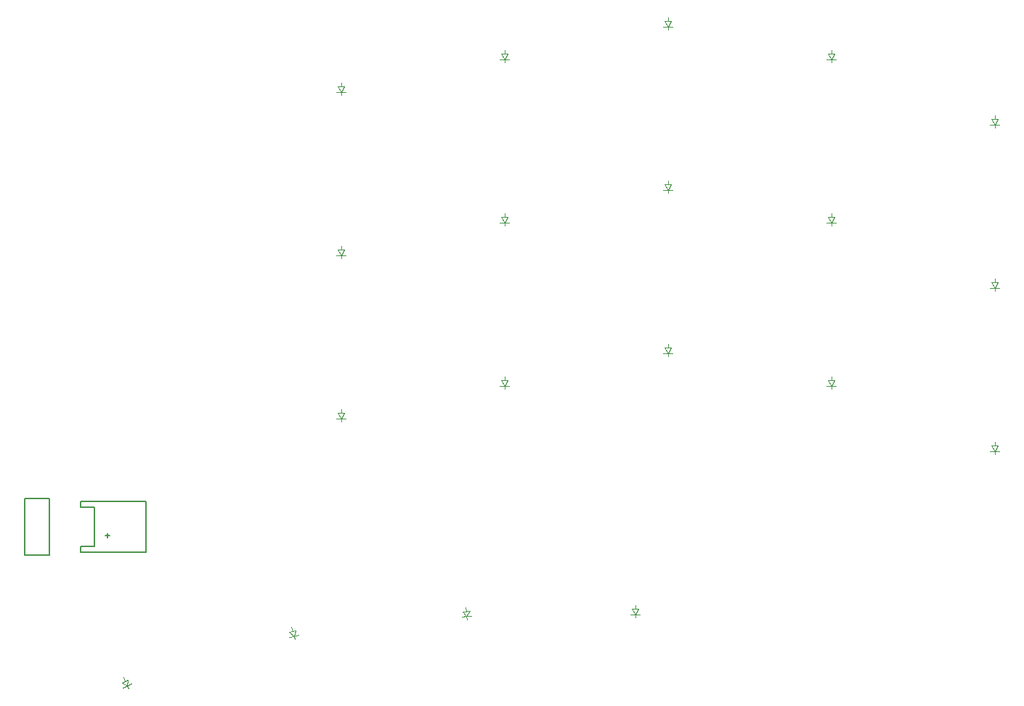
<source format=gbr>
%TF.GenerationSoftware,KiCad,Pcbnew,9.0.6*%
%TF.CreationDate,2026-01-03T00:52:40-08:00*%
%TF.ProjectId,pcb_right,7063625f-7269-4676-9874-2e6b69636164,4.2.1*%
%TF.SameCoordinates,Original*%
%TF.FileFunction,Legend,Bot*%
%TF.FilePolarity,Positive*%
%FSLAX46Y46*%
G04 Gerber Fmt 4.6, Leading zero omitted, Abs format (unit mm)*
G04 Created by KiCad (PCBNEW 9.0.6) date 2026-01-03 00:52:40*
%MOMM*%
%LPD*%
G01*
G04 APERTURE LIST*
%ADD10C,0.150000*%
%ADD11C,0.100000*%
G04 APERTURE END LIST*
D10*
%TO.C,T1*%
X226350000Y-159240000D02*
X226350000Y-163140000D01*
X226350000Y-161190000D02*
X226350000Y-157890000D01*
X226350000Y-161190000D02*
X226350000Y-164490000D01*
X226350000Y-164490000D02*
X229200000Y-164490000D01*
X229200000Y-157890000D02*
X226350000Y-157890000D01*
X229200000Y-164490000D02*
X229200000Y-157890000D01*
D11*
%TO.C,D5*%
X319950000Y-125080000D02*
X320750000Y-125080000D01*
X320350000Y-125080000D02*
X320350000Y-124580000D01*
X320350000Y-125680000D02*
X319800000Y-125680000D01*
X320350000Y-125680000D02*
X319950000Y-125080000D01*
X320350000Y-125680000D02*
X320900000Y-125680000D01*
X320350000Y-126080000D02*
X320350000Y-125680000D01*
X320750000Y-125080000D02*
X320350000Y-125680000D01*
%TO.C,D2*%
X339000000Y-132700000D02*
X339800000Y-132700000D01*
X339400000Y-132700000D02*
X339400000Y-132200000D01*
X339400000Y-133300000D02*
X338850000Y-133300000D01*
X339400000Y-133300000D02*
X339000000Y-132700000D01*
X339400000Y-133300000D02*
X339950000Y-133300000D01*
X339400000Y-133700000D02*
X339400000Y-133300000D01*
X339800000Y-132700000D02*
X339400000Y-133300000D01*
%TO.C,D9*%
X300900000Y-102220000D02*
X301700000Y-102220000D01*
X301300000Y-102220000D02*
X301300000Y-101720000D01*
X301300000Y-102820000D02*
X300750000Y-102820000D01*
X301300000Y-102820000D02*
X300900000Y-102220000D01*
X301300000Y-102820000D02*
X301850000Y-102820000D01*
X301300000Y-103220000D02*
X301300000Y-102820000D01*
X301700000Y-102220000D02*
X301300000Y-102820000D01*
%TO.C,D14*%
X262800000Y-128890000D02*
X263600000Y-128890000D01*
X263200000Y-128890000D02*
X263200000Y-128390000D01*
X263200000Y-129490000D02*
X262650000Y-129490000D01*
X263200000Y-129490000D02*
X262800000Y-128890000D01*
X263200000Y-129490000D02*
X263750000Y-129490000D01*
X263200000Y-129890000D02*
X263200000Y-129490000D01*
X263600000Y-128890000D02*
X263200000Y-129490000D01*
%TO.C,D3*%
X339000000Y-113650000D02*
X339800000Y-113650000D01*
X339400000Y-113650000D02*
X339400000Y-113150000D01*
X339400000Y-114250000D02*
X338850000Y-114250000D01*
X339400000Y-114250000D02*
X339000000Y-113650000D01*
X339400000Y-114250000D02*
X339950000Y-114250000D01*
X339400000Y-114650000D02*
X339400000Y-114250000D01*
X339800000Y-113650000D02*
X339400000Y-114250000D01*
%TO.C,D18*%
X257149840Y-173482289D02*
X257922581Y-173275234D01*
X257536210Y-173378762D02*
X257406801Y-172895799D01*
X257691502Y-173958317D02*
X257149840Y-173482289D01*
X257691502Y-173958317D02*
X257160241Y-174100668D01*
X257691502Y-173958317D02*
X258222761Y-173815967D01*
X257795029Y-174344687D02*
X257691502Y-173958317D01*
X257922581Y-173275234D02*
X257691502Y-173958317D01*
%TO.C,D15*%
X262800000Y-109840000D02*
X263600000Y-109840000D01*
X263200000Y-109840000D02*
X263200000Y-109340000D01*
X263200000Y-110440000D02*
X262650000Y-110440000D01*
X263200000Y-110440000D02*
X262800000Y-109840000D01*
X263200000Y-110440000D02*
X263750000Y-110440000D01*
X263200000Y-110840000D02*
X263200000Y-110440000D01*
X263600000Y-109840000D02*
X263200000Y-110440000D01*
%TO.C,D11*%
X281850000Y-125080000D02*
X282650000Y-125080000D01*
X282250000Y-125080000D02*
X282250000Y-124580000D01*
X282250000Y-125680000D02*
X281700000Y-125680000D01*
X282250000Y-125680000D02*
X281850000Y-125080000D01*
X282250000Y-125680000D02*
X282800000Y-125680000D01*
X282250000Y-126080000D02*
X282250000Y-125680000D01*
X282650000Y-125080000D02*
X282250000Y-125680000D01*
%TO.C,D4*%
X319950000Y-144130000D02*
X320750000Y-144130000D01*
X320350000Y-144130000D02*
X320350000Y-143630000D01*
X320350000Y-144730000D02*
X319800000Y-144730000D01*
X320350000Y-144730000D02*
X319950000Y-144130000D01*
X320350000Y-144730000D02*
X320900000Y-144730000D01*
X320350000Y-145130000D02*
X320350000Y-144730000D01*
X320750000Y-144130000D02*
X320350000Y-144730000D01*
%TO.C,D16*%
X297090000Y-170800000D02*
X297890000Y-170800000D01*
X297490000Y-170800000D02*
X297490000Y-170300000D01*
X297490000Y-171400000D02*
X296940000Y-171400000D01*
X297490000Y-171400000D02*
X297090000Y-170800000D01*
X297490000Y-171400000D02*
X298040000Y-171400000D01*
X297490000Y-171800000D02*
X297490000Y-171400000D01*
X297890000Y-170800000D02*
X297490000Y-171400000D01*
%TO.C,D8*%
X300900000Y-121270000D02*
X301700000Y-121270000D01*
X301300000Y-121270000D02*
X301300000Y-120770000D01*
X301300000Y-121870000D02*
X300750000Y-121870000D01*
X301300000Y-121870000D02*
X300900000Y-121270000D01*
X301300000Y-121870000D02*
X301850000Y-121870000D01*
X301300000Y-122270000D02*
X301300000Y-121870000D01*
X301700000Y-121270000D02*
X301300000Y-121870000D01*
%TO.C,D1*%
X339000000Y-151750000D02*
X339800000Y-151750000D01*
X339400000Y-151750000D02*
X339400000Y-151250000D01*
X339400000Y-152350000D02*
X338850000Y-152350000D01*
X339400000Y-152350000D02*
X339000000Y-151750000D01*
X339400000Y-152350000D02*
X339950000Y-152350000D01*
X339400000Y-152750000D02*
X339400000Y-152350000D01*
X339800000Y-151750000D02*
X339400000Y-152350000D01*
%TO.C,D10*%
X281850000Y-144130000D02*
X282650000Y-144130000D01*
X282250000Y-144130000D02*
X282250000Y-143630000D01*
X282250000Y-144730000D02*
X281700000Y-144730000D01*
X282250000Y-144730000D02*
X281850000Y-144130000D01*
X282250000Y-144730000D02*
X282800000Y-144730000D01*
X282250000Y-145130000D02*
X282250000Y-144730000D01*
X282650000Y-144130000D02*
X282250000Y-144730000D01*
D10*
%TO.C,JST1*%
X232850000Y-158240000D02*
X232850000Y-158940000D01*
X232850000Y-158940000D02*
X234450000Y-158940000D01*
X232850000Y-163440000D02*
X232850000Y-164140000D01*
X232850000Y-164140000D02*
X240450000Y-164140000D01*
X234450000Y-158940000D02*
X234450000Y-163440000D01*
X234450000Y-163440000D02*
X232850000Y-163440000D01*
X235700000Y-162190000D02*
X236200000Y-162190000D01*
X235950000Y-162440000D02*
X235950000Y-161940000D01*
X240450000Y-158240000D02*
X232850000Y-158240000D01*
X240450000Y-164140000D02*
X240450000Y-158240000D01*
D11*
%TO.C,D13*%
X262800000Y-147940000D02*
X263600000Y-147940000D01*
X263200000Y-147940000D02*
X263200000Y-147440000D01*
X263200000Y-148540000D02*
X262650000Y-148540000D01*
X263200000Y-148540000D02*
X262800000Y-147940000D01*
X263200000Y-148540000D02*
X263750000Y-148540000D01*
X263200000Y-148940000D02*
X263200000Y-148540000D01*
X263600000Y-147940000D02*
X263200000Y-148540000D01*
%TO.C,D17*%
X277373494Y-171084517D02*
X278170450Y-171014792D01*
X277771972Y-171049654D02*
X277728394Y-170551557D01*
X277824267Y-171647371D02*
X277276358Y-171695307D01*
X277824267Y-171647371D02*
X277373494Y-171084517D01*
X277824267Y-171647371D02*
X278372173Y-171599435D01*
X277859128Y-172045849D02*
X277824267Y-171647371D01*
X278170450Y-171014792D02*
X277824267Y-171647371D01*
%TO.C,D6*%
X319950000Y-106030000D02*
X320750000Y-106030000D01*
X320350000Y-106030000D02*
X320350000Y-105530000D01*
X320350000Y-106630000D02*
X319800000Y-106630000D01*
X320350000Y-106630000D02*
X319950000Y-106030000D01*
X320350000Y-106630000D02*
X320900000Y-106630000D01*
X320350000Y-107030000D02*
X320350000Y-106630000D01*
X320750000Y-106030000D02*
X320350000Y-106630000D01*
%TO.C,D7*%
X300900000Y-140320000D02*
X301700000Y-140320000D01*
X301300000Y-140320000D02*
X301300000Y-139820000D01*
X301300000Y-140920000D02*
X300750000Y-140920000D01*
X301300000Y-140920000D02*
X300900000Y-140320000D01*
X301300000Y-140920000D02*
X301850000Y-140920000D01*
X301300000Y-141320000D02*
X301300000Y-140920000D01*
X301700000Y-140320000D02*
X301300000Y-140920000D01*
%TO.C,D12*%
X281850000Y-106030000D02*
X282650000Y-106030000D01*
X282250000Y-106030000D02*
X282250000Y-105530000D01*
X282250000Y-106630000D02*
X281700000Y-106630000D01*
X282250000Y-106630000D02*
X281850000Y-106030000D01*
X282250000Y-106630000D02*
X282800000Y-106630000D01*
X282250000Y-107030000D02*
X282250000Y-106630000D01*
X282650000Y-106030000D02*
X282250000Y-106630000D01*
%TO.C,D19*%
X237649796Y-179355435D02*
X238374843Y-179017341D01*
X238012319Y-179186388D02*
X237801010Y-178733234D01*
X238265890Y-179730173D02*
X237649796Y-179355435D01*
X238265890Y-179730173D02*
X237767421Y-179962613D01*
X238265890Y-179730173D02*
X238764360Y-179497733D01*
X238374843Y-179017341D02*
X238265890Y-179730173D01*
X238434938Y-180092696D02*
X238265890Y-179730173D01*
%TD*%
M02*

</source>
